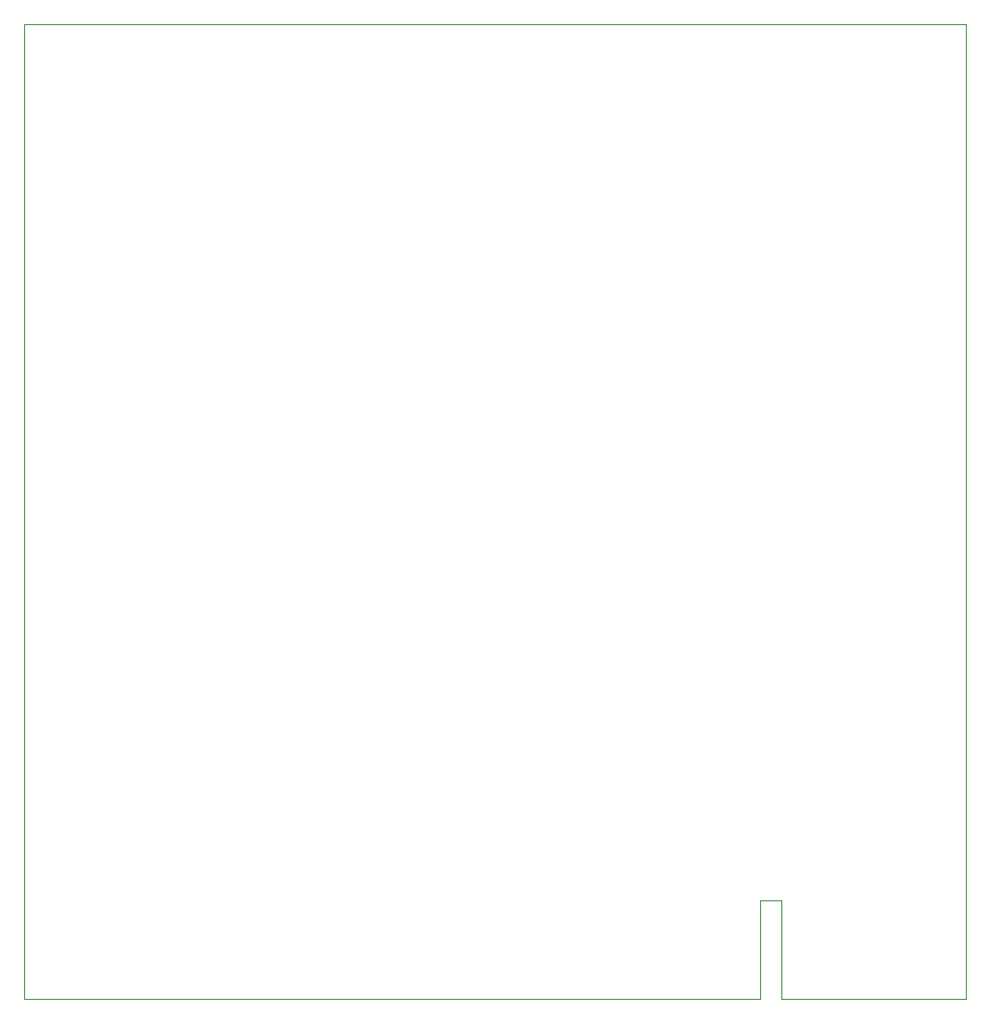
<source format=gm1>
G04 #@! TF.GenerationSoftware,KiCad,Pcbnew,(5.1.6)-1*
G04 #@! TF.CreationDate,2021-02-12T18:18:09+01:00*
G04 #@! TF.ProjectId,keyface-external,6b657966-6163-4652-9d65-787465726e61,rev?*
G04 #@! TF.SameCoordinates,Original*
G04 #@! TF.FileFunction,Profile,NP*
%FSLAX46Y46*%
G04 Gerber Fmt 4.6, Leading zero omitted, Abs format (unit mm)*
G04 Created by KiCad (PCBNEW (5.1.6)-1) date 2021-02-12 18:18:09*
%MOMM*%
%LPD*%
G01*
G04 APERTURE LIST*
G04 #@! TA.AperFunction,Profile*
%ADD10C,0.050000*%
G04 #@! TD*
G04 APERTURE END LIST*
D10*
X99060000Y-133858000D02*
X99060000Y-48387000D01*
X163576000Y-133858000D02*
X99060000Y-133858000D01*
X163576000Y-125222000D02*
X163576000Y-133858000D01*
X165481000Y-125222000D02*
X163576000Y-125222000D01*
X165481000Y-133858000D02*
X165481000Y-125222000D01*
X181610000Y-133858000D02*
X165481000Y-133858000D01*
X181610000Y-48387000D02*
X181610000Y-133858000D01*
X99060000Y-48387000D02*
X181610000Y-48387000D01*
M02*

</source>
